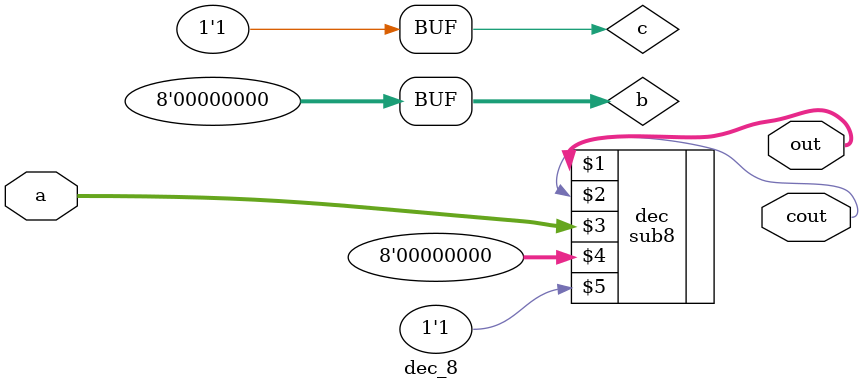
<source format=v>
`timescale 1ns / 1ps


module dec_8(out , cout , a);
input [7:0] a;
output cout;
output [7:0] out;
wire [7:0] b;
wire c;
assign b = 8'b00000000;
assign c = 1'b1;
sub8 dec(out , cout , a , b , c);
endmodule

</source>
